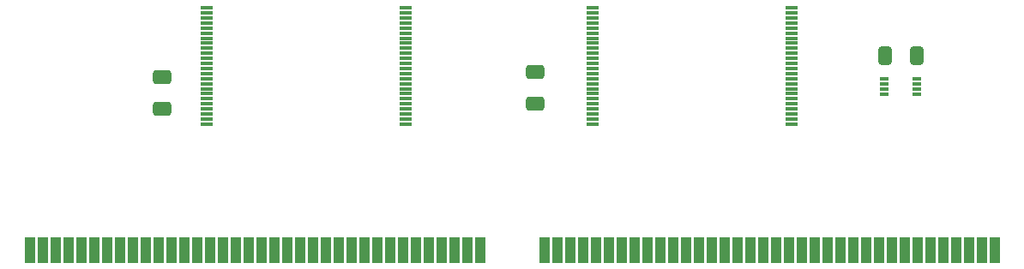
<source format=gts>
G04 #@! TF.GenerationSoftware,KiCad,Pcbnew,9.0.0*
G04 #@! TF.CreationDate,2025-04-30T20:38:20+02:00*
G04 #@! TF.ProjectId,simm72_rom_smd,73696d6d-3732-45f7-926f-6d5f736d642e,A1*
G04 #@! TF.SameCoordinates,Original*
G04 #@! TF.FileFunction,Soldermask,Top*
G04 #@! TF.FilePolarity,Negative*
%FSLAX46Y46*%
G04 Gerber Fmt 4.6, Leading zero omitted, Abs format (unit mm)*
G04 Created by KiCad (PCBNEW 9.0.0) date 2025-04-30 20:38:20*
%MOMM*%
%LPD*%
G01*
G04 APERTURE LIST*
G04 Aperture macros list*
%AMRoundRect*
0 Rectangle with rounded corners*
0 $1 Rounding radius*
0 $2 $3 $4 $5 $6 $7 $8 $9 X,Y pos of 4 corners*
0 Add a 4 corners polygon primitive as box body*
4,1,4,$2,$3,$4,$5,$6,$7,$8,$9,$2,$3,0*
0 Add four circle primitives for the rounded corners*
1,1,$1+$1,$2,$3*
1,1,$1+$1,$4,$5*
1,1,$1+$1,$6,$7*
1,1,$1+$1,$8,$9*
0 Add four rect primitives between the rounded corners*
20,1,$1+$1,$2,$3,$4,$5,0*
20,1,$1+$1,$4,$5,$6,$7,0*
20,1,$1+$1,$6,$7,$8,$9,0*
20,1,$1+$1,$8,$9,$2,$3,0*%
G04 Aperture macros list end*
%ADD10R,1.040000X2.540000*%
%ADD11R,1.300000X0.300000*%
%ADD12RoundRect,0.250000X-0.650000X0.412500X-0.650000X-0.412500X0.650000X-0.412500X0.650000X0.412500X0*%
%ADD13R,0.850000X0.300000*%
%ADD14RoundRect,0.250000X0.412500X0.650000X-0.412500X0.650000X-0.412500X-0.650000X0.412500X-0.650000X0*%
G04 APERTURE END LIST*
D10*
X57375000Y-113921000D03*
X58645000Y-113921000D03*
X59915000Y-113921000D03*
X61185000Y-113921000D03*
X62455000Y-113921000D03*
X63725000Y-113921000D03*
X64995000Y-113921000D03*
X66265000Y-113921000D03*
X67535000Y-113921000D03*
X68805000Y-113921000D03*
X70075000Y-113921000D03*
X71345000Y-113921000D03*
X72615000Y-113921000D03*
X73885000Y-113921000D03*
X75155000Y-113921000D03*
X76425000Y-113921000D03*
X77695000Y-113921000D03*
X78965000Y-113921000D03*
X80235000Y-113921000D03*
X81505000Y-113921000D03*
X82775000Y-113921000D03*
X84045000Y-113921000D03*
X85315000Y-113921000D03*
X86585000Y-113921000D03*
X87855000Y-113921000D03*
X89125000Y-113921000D03*
X90395000Y-113921000D03*
X91665000Y-113921000D03*
X92935000Y-113921000D03*
X94205000Y-113921000D03*
X95475000Y-113921000D03*
X96745000Y-113921000D03*
X98015000Y-113921000D03*
X99285000Y-113921000D03*
X100555000Y-113921000D03*
X101825000Y-113921000D03*
X108175000Y-113921000D03*
X109445000Y-113921000D03*
X110715000Y-113921000D03*
X111985000Y-113921000D03*
X113255000Y-113921000D03*
X114525000Y-113921000D03*
X115795000Y-113921000D03*
X117065000Y-113921000D03*
X118335000Y-113921000D03*
X119605000Y-113921000D03*
X120875000Y-113921000D03*
X122145000Y-113921000D03*
X123415000Y-113921000D03*
X124685000Y-113921000D03*
X125955000Y-113921000D03*
X127225000Y-113921000D03*
X128495000Y-113921000D03*
X129765000Y-113921000D03*
X131035000Y-113921000D03*
X132305000Y-113921000D03*
X133575000Y-113921000D03*
X134845000Y-113921000D03*
X136115000Y-113921000D03*
X137385000Y-113921000D03*
X138655000Y-113921000D03*
X139925000Y-113921000D03*
X141195000Y-113921000D03*
X142465000Y-113921000D03*
X143735000Y-113921000D03*
X145005000Y-113921000D03*
X146275000Y-113921000D03*
X147545000Y-113921000D03*
X148815000Y-113921000D03*
X150085000Y-113921000D03*
X151355000Y-113921000D03*
X152625000Y-113921000D03*
D11*
X132630000Y-101510000D03*
X132630000Y-101010000D03*
X132630000Y-100510000D03*
X132630000Y-100010000D03*
X132630000Y-99510000D03*
X132630000Y-99010000D03*
X132630000Y-98510000D03*
X132630000Y-98010000D03*
X132630000Y-97510000D03*
X132630000Y-97010000D03*
X132630000Y-96510000D03*
X132630000Y-96010000D03*
X132630000Y-95510000D03*
X132630000Y-95010000D03*
X132630000Y-94510000D03*
X132630000Y-94010000D03*
X132630000Y-93510000D03*
X132630000Y-93010000D03*
X132630000Y-92510000D03*
X132630000Y-92010000D03*
X132630000Y-91510000D03*
X132630000Y-91010000D03*
X132630000Y-90510000D03*
X132630000Y-90010000D03*
X112930000Y-90010000D03*
X112930000Y-90510000D03*
X112930000Y-91010000D03*
X112930000Y-91510000D03*
X112930000Y-92010000D03*
X112930000Y-92510000D03*
X112930000Y-93010000D03*
X112930000Y-93510000D03*
X112930000Y-94010000D03*
X112930000Y-94510000D03*
X112930000Y-95010000D03*
X112930000Y-95510000D03*
X112930000Y-96010000D03*
X112930000Y-96510000D03*
X112930000Y-97010000D03*
X112930000Y-97510000D03*
X112930000Y-98010000D03*
X112930000Y-98510000D03*
X112930000Y-99010000D03*
X112930000Y-99510000D03*
X112930000Y-100010000D03*
X112930000Y-100510000D03*
X112930000Y-101010000D03*
X112930000Y-101510000D03*
D12*
X107286000Y-96356500D03*
X107286000Y-99481500D03*
D13*
X141779000Y-97042000D03*
X141779000Y-97542000D03*
X141779000Y-98042000D03*
X141779000Y-98542000D03*
X144929000Y-98542000D03*
X144929000Y-98042000D03*
X144929000Y-97542000D03*
X144929000Y-97042000D03*
D12*
X70456000Y-96864500D03*
X70456000Y-99989500D03*
D14*
X144916500Y-94744000D03*
X141791500Y-94744000D03*
D11*
X94530000Y-101510000D03*
X94530000Y-101010000D03*
X94530000Y-100510000D03*
X94530000Y-100010000D03*
X94530000Y-99510000D03*
X94530000Y-99010000D03*
X94530000Y-98510000D03*
X94530000Y-98010000D03*
X94530000Y-97510000D03*
X94530000Y-97010000D03*
X94530000Y-96510000D03*
X94530000Y-96010000D03*
X94530000Y-95510000D03*
X94530000Y-95010000D03*
X94530000Y-94510000D03*
X94530000Y-94010000D03*
X94530000Y-93510000D03*
X94530000Y-93010000D03*
X94530000Y-92510000D03*
X94530000Y-92010000D03*
X94530000Y-91510000D03*
X94530000Y-91010000D03*
X94530000Y-90510000D03*
X94530000Y-90010000D03*
X74830000Y-90010000D03*
X74830000Y-90510000D03*
X74830000Y-91010000D03*
X74830000Y-91510000D03*
X74830000Y-92010000D03*
X74830000Y-92510000D03*
X74830000Y-93010000D03*
X74830000Y-93510000D03*
X74830000Y-94010000D03*
X74830000Y-94510000D03*
X74830000Y-95010000D03*
X74830000Y-95510000D03*
X74830000Y-96010000D03*
X74830000Y-96510000D03*
X74830000Y-97010000D03*
X74830000Y-97510000D03*
X74830000Y-98010000D03*
X74830000Y-98510000D03*
X74830000Y-99010000D03*
X74830000Y-99510000D03*
X74830000Y-100010000D03*
X74830000Y-100510000D03*
X74830000Y-101010000D03*
X74830000Y-101510000D03*
M02*

</source>
